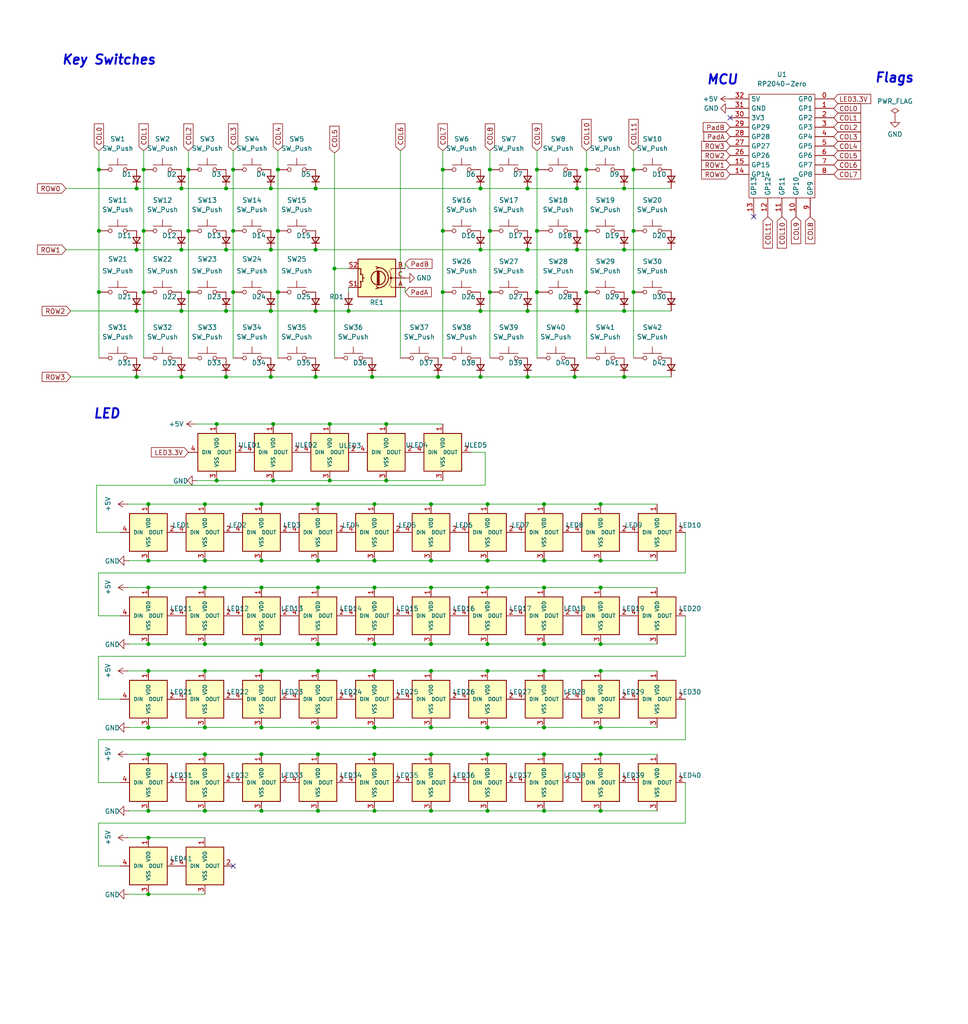
<source format=kicad_sch>
(kicad_sch (version 20231120) (generator "eeschema") (generator_version "8.0")
  (paper "User" 260.985 275.996)
  (junction (at 26.67 78.74))
  (junction (at 60.96 101.6))
  (junction (at 36.83 67.31))
  (junction (at 60.96 67.31))
  (junction (at 131.445 196.088))
  (junction (at 100.965 180.848))
  (junction (at 142.24 50.8))
  (junction (at 155.575 50.8))
  (junction (at 144.78 78.74))
  (junction (at 170.815 62.23))
  (junction (at 131.445 203.327))
  (junction (at 118.11 101.6))
  (junction (at 146.685 173.609))
  (junction (at 73.66 129.54))
  (junction (at 168.275 67.31))
  (junction (at 146.685 158.369))
  (junction (at 85.725 180.848))
  (junction (at 70.485 158.369))
  (junction (at 38.735 78.74))
  (junction (at 146.685 203.327))
  (junction (at 100.965 203.327))
  (junction (at 58.42 114.3))
  (junction (at 85.725 196.088))
  (junction (at 73.025 50.8))
  (junction (at 119.38 62.23))
  (junction (at 40.005 180.848))
  (junction (at 85.09 67.31))
  (junction (at 40.005 158.369))
  (junction (at 131.445 218.567))
  (junction (at 100.965 151.13))
  (junction (at 55.245 151.13))
  (junction (at 26.67 45.72))
  (junction (at 100.965 218.567))
  (junction (at 55.245 203.327))
  (junction (at 70.485 218.567))
  (junction (at 155.575 83.82))
  (junction (at 155.575 67.31))
  (junction (at 55.245 135.89))
  (junction (at 70.485 203.327))
  (junction (at 85.725 173.609))
  (junction (at 36.83 50.8))
  (junction (at 161.925 135.89))
  (junction (at 144.78 62.23))
  (junction (at 132.08 62.23))
  (junction (at 131.445 173.609))
  (junction (at 40.005 241.046))
  (junction (at 161.925 151.13))
  (junction (at 55.245 158.369))
  (junction (at 131.445 151.13))
  (junction (at 50.8 45.72))
  (junction (at 168.275 83.82))
  (junction (at 73.66 114.3))
  (junction (at 131.445 180.848))
  (junction (at 161.925 158.369))
  (junction (at 116.205 203.327))
  (junction (at 50.8 78.74))
  (junction (at 168.275 101.6))
  (junction (at 88.9 129.54))
  (junction (at 158.115 45.72))
  (junction (at 129.54 101.6))
  (junction (at 58.42 129.54))
  (junction (at 73.025 83.82))
  (junction (at 132.08 78.74))
  (junction (at 129.54 50.8))
  (junction (at 48.895 83.82))
  (junction (at 170.815 78.74))
  (junction (at 161.925 218.567))
  (junction (at 62.865 45.72))
  (junction (at 146.685 218.567))
  (junction (at 168.275 50.8))
  (junction (at 85.725 151.13))
  (junction (at 62.865 78.74))
  (junction (at 100.965 158.369))
  (junction (at 70.485 135.89))
  (junction (at 85.725 135.89))
  (junction (at 146.685 151.13))
  (junction (at 158.115 62.23))
  (junction (at 146.685 135.89))
  (junction (at 142.24 101.6))
  (junction (at 116.205 180.848))
  (junction (at 116.205 158.369))
  (junction (at 85.725 218.567))
  (junction (at 40.005 203.327))
  (junction (at 74.93 78.74))
  (junction (at 116.205 196.088))
  (junction (at 85.09 50.8))
  (junction (at 70.485 196.088))
  (junction (at 40.005 196.088))
  (junction (at 158.115 78.74))
  (junction (at 129.54 67.31))
  (junction (at 85.725 158.369))
  (junction (at 55.245 180.848))
  (junction (at 85.09 101.6))
  (junction (at 38.735 45.72))
  (junction (at 132.08 45.72))
  (junction (at 70.485 180.848))
  (junction (at 129.54 83.82))
  (junction (at 100.965 196.088))
  (junction (at 104.14 129.54))
  (junction (at 154.94 101.6))
  (junction (at 70.485 173.609))
  (junction (at 26.67 62.23))
  (junction (at 55.245 196.088))
  (junction (at 170.815 45.72))
  (junction (at 90.17 72.39))
  (junction (at 40.005 173.609))
  (junction (at 48.895 101.6))
  (junction (at 116.205 173.609))
  (junction (at 100.33 101.6))
  (junction (at 40.005 218.567))
  (junction (at 50.8 62.23))
  (junction (at 142.24 83.82))
  (junction (at 146.685 196.088))
  (junction (at 36.83 83.82))
  (junction (at 48.895 67.31))
  (junction (at 88.9 114.3))
  (junction (at 116.205 135.89))
  (junction (at 142.24 67.31))
  (junction (at 161.925 173.609))
  (junction (at 100.965 135.89))
  (junction (at 73.025 101.6))
  (junction (at 40.005 135.89))
  (junction (at 161.925 180.848))
  (junction (at 161.925 203.327))
  (junction (at 104.14 114.3))
  (junction (at 119.38 45.72))
  (junction (at 93.98 83.82))
  (junction (at 60.96 83.82))
  (junction (at 161.925 196.088))
  (junction (at 116.205 151.13))
  (junction (at 48.895 50.8))
  (junction (at 146.685 180.848))
  (junction (at 73.025 67.31))
  (junction (at 100.965 173.609))
  (junction (at 85.09 83.82))
  (junction (at 36.83 101.6))
  (junction (at 62.865 62.23))
  (junction (at 55.245 173.609))
  (junction (at 144.78 45.72))
  (junction (at 38.735 62.23))
  (junction (at 116.205 218.567))
  (junction (at 70.485 151.13))
  (junction (at 40.005 225.806))
  (junction (at 119.38 78.74))
  (junction (at 85.725 203.327))
  (junction (at 131.445 158.369))
  (junction (at 131.445 135.89))
  (junction (at 74.93 45.72))
  (junction (at 55.245 218.567))
  (junction (at 74.93 62.23))
  (junction (at 40.005 151.13))
  (junction (at 60.96 50.8))
  (no_connect (at 196.85 31.75))
  (no_connect (at 62.865 233.426))
  (no_connect (at 203.2 58.42))
  (wire (pts (xy 161.925 135.89) (xy 177.165 135.89)))
  (wire (pts (xy 50.8 78.74) (xy 50.8 96.52)))
  (wire (pts (xy 36.83 50.8) (xy 48.895 50.8)))
  (wire (pts (xy 40.005 158.369) (xy 55.245 158.369)))
  (wire (pts (xy 170.815 45.72) (xy 170.815 62.23)))
  (wire (pts (xy 73.66 129.54) (xy 88.9 129.54)))
  (wire (pts (xy 40.005 196.088) (xy 55.245 196.088)))
  (wire (pts (xy 161.925 203.327) (xy 177.165 203.327)))
  (wire (pts (xy 100.965 180.848) (xy 116.205 180.848)))
  (wire (pts (xy 36.83 101.6) (xy 48.895 101.6)))
  (wire (pts (xy 48.895 67.31) (xy 60.96 67.31)))
  (wire (pts (xy 161.925 196.088) (xy 177.165 196.088)))
  (wire (pts (xy 104.14 129.54) (xy 119.38 129.54)))
  (wire (pts (xy 161.925 173.609) (xy 177.165 173.609)))
  (wire (pts (xy 119.38 45.72) (xy 119.38 62.23)))
  (wire (pts (xy 116.205 196.088) (xy 131.445 196.088)))
  (wire (pts (xy 53.086 129.54) (xy 58.42 129.54)))
  (wire (pts (xy 50.8 40.64) (xy 50.8 45.72)))
  (wire (pts (xy 184.785 188.468) (xy 184.785 199.39)))
  (wire (pts (xy 26.543 188.468) (xy 32.385 188.468)))
  (wire (pts (xy 104.14 114.3) (xy 119.38 114.3)))
  (wire (pts (xy 40.005 173.609) (xy 55.245 173.609)))
  (wire (pts (xy 144.78 78.74) (xy 144.78 96.52)))
  (wire (pts (xy 34.671 196.088) (xy 40.005 196.088)))
  (wire (pts (xy 55.245 158.369) (xy 70.485 158.369)))
  (wire (pts (xy 100.965 158.369) (xy 116.205 158.369)))
  (wire (pts (xy 116.205 173.609) (xy 131.445 173.609)))
  (wire (pts (xy 17.78 67.31) (xy 36.83 67.31)))
  (wire (pts (xy 52.832 114.3) (xy 58.42 114.3)))
  (wire (pts (xy 119.38 40.64) (xy 119.38 45.72)))
  (wire (pts (xy 60.96 50.8) (xy 73.025 50.8)))
  (wire (pts (xy 131.445 218.567) (xy 146.685 218.567)))
  (wire (pts (xy 116.205 158.369) (xy 131.445 158.369)))
  (wire (pts (xy 168.275 83.82) (xy 180.975 83.82)))
  (wire (pts (xy 155.575 50.8) (xy 168.275 50.8)))
  (wire (pts (xy 73.66 114.3) (xy 88.9 114.3)))
  (wire (pts (xy 48.895 50.8) (xy 60.96 50.8)))
  (wire (pts (xy 158.115 62.23) (xy 158.115 78.74)))
  (wire (pts (xy 26.543 210.947) (xy 32.385 210.947)))
  (wire (pts (xy 62.865 78.74) (xy 62.865 96.52)))
  (wire (pts (xy 116.205 180.848) (xy 131.445 180.848)))
  (wire (pts (xy 168.275 101.6) (xy 180.975 101.6)))
  (wire (pts (xy 118.11 101.6) (xy 129.54 101.6)))
  (wire (pts (xy 90.17 72.39) (xy 90.17 96.52)))
  (wire (pts (xy 131.445 180.848) (xy 146.685 180.848)))
  (wire (pts (xy 73.025 101.6) (xy 85.09 101.6)))
  (wire (pts (xy 34.417 225.806) (xy 40.005 225.806)))
  (wire (pts (xy 34.671 218.567) (xy 40.005 218.567)))
  (wire (pts (xy 50.8 62.23) (xy 50.8 78.74)))
  (wire (pts (xy 55.245 180.848) (xy 70.485 180.848)))
  (wire (pts (xy 184.785 176.911) (xy 26.543 176.911)))
  (wire (pts (xy 85.09 83.82) (xy 93.98 83.82)))
  (wire (pts (xy 100.33 101.6) (xy 118.11 101.6)))
  (wire (pts (xy 40.005 180.848) (xy 55.245 180.848)))
  (wire (pts (xy 85.09 67.31) (xy 129.54 67.31)))
  (wire (pts (xy 184.785 210.947) (xy 184.785 221.869)))
  (wire (pts (xy 73.025 67.31) (xy 85.09 67.31)))
  (wire (pts (xy 40.005 218.567) (xy 55.245 218.567)))
  (wire (pts (xy 85.725 203.327) (xy 100.965 203.327)))
  (wire (pts (xy 62.865 45.72) (xy 62.865 62.23)))
  (wire (pts (xy 74.93 45.72) (xy 74.93 62.23)))
  (wire (pts (xy 170.815 40.64) (xy 170.815 45.72)))
  (wire (pts (xy 26.543 233.426) (xy 32.385 233.426)))
  (wire (pts (xy 184.785 154.432) (xy 26.543 154.432)))
  (wire (pts (xy 26.543 154.432) (xy 26.543 165.989)))
  (wire (pts (xy 145.415 78.74) (xy 144.78 78.74)))
  (wire (pts (xy 85.725 218.567) (xy 100.965 218.567)))
  (wire (pts (xy 55.245 173.609) (xy 70.485 173.609)))
  (wire (pts (xy 26.543 210.947) (xy 26.543 199.39)))
  (wire (pts (xy 85.725 135.89) (xy 100.965 135.89)))
  (wire (pts (xy 26.543 188.468) (xy 26.543 176.911)))
  (wire (pts (xy 144.78 40.64) (xy 144.78 45.72)))
  (wire (pts (xy 40.005 203.327) (xy 55.245 203.327)))
  (wire (pts (xy 32.385 143.51) (xy 26.035 143.51)))
  (wire (pts (xy 58.42 129.54) (xy 73.66 129.54)))
  (wire (pts (xy 131.445 196.088) (xy 146.685 196.088)))
  (wire (pts (xy 60.96 83.82) (xy 73.025 83.82)))
  (wire (pts (xy 184.785 199.39) (xy 26.543 199.39)))
  (wire (pts (xy 70.485 173.609) (xy 85.725 173.609)))
  (wire (pts (xy 85.725 151.13) (xy 100.965 151.13)))
  (wire (pts (xy 88.9 114.3) (xy 104.14 114.3)))
  (wire (pts (xy 132.08 45.72) (xy 132.08 62.23)))
  (wire (pts (xy 158.115 40.64) (xy 158.115 45.72)))
  (wire (pts (xy 129.54 101.6) (xy 142.24 101.6)))
  (wire (pts (xy 85.725 180.848) (xy 100.965 180.848)))
  (wire (pts (xy 70.485 135.89) (xy 85.725 135.89)))
  (wire (pts (xy 70.485 151.13) (xy 85.725 151.13)))
  (wire (pts (xy 70.485 158.369) (xy 85.725 158.369)))
  (wire (pts (xy 26.035 130.81) (xy 130.81 130.81)))
  (wire (pts (xy 184.785 143.51) (xy 184.785 154.432)))
  (wire (pts (xy 158.115 45.72) (xy 158.115 62.23)))
  (wire (pts (xy 131.445 203.327) (xy 146.685 203.327)))
  (wire (pts (xy 119.38 62.23) (xy 119.38 78.74)))
  (wire (pts (xy 26.67 40.64) (xy 26.67 45.72)))
  (wire (pts (xy 146.685 135.89) (xy 161.925 135.89)))
  (wire (pts (xy 36.83 83.82) (xy 48.895 83.82)))
  (wire (pts (xy 132.08 78.74) (xy 132.08 96.52)))
  (wire (pts (xy 55.245 196.088) (xy 70.485 196.088)))
  (wire (pts (xy 184.785 221.869) (xy 26.543 221.869)))
  (wire (pts (xy 142.24 50.8) (xy 155.575 50.8)))
  (wire (pts (xy 36.83 67.31) (xy 48.895 67.31)))
  (wire (pts (xy 100.965 173.609) (xy 116.205 173.609)))
  (wire (pts (xy 109.22 71.12) (xy 109.22 72.39)))
  (wire (pts (xy 131.445 158.369) (xy 146.685 158.369)))
  (wire (pts (xy 48.895 101.6) (xy 60.96 101.6)))
  (wire (pts (xy 62.865 62.23) (xy 62.865 78.74)))
  (wire (pts (xy 184.785 165.989) (xy 184.785 176.911)))
  (wire (pts (xy 131.445 151.13) (xy 146.685 151.13)))
  (wire (pts (xy 119.38 78.74) (xy 119.38 96.52)))
  (wire (pts (xy 146.685 151.13) (xy 161.925 151.13)))
  (wire (pts (xy 158.115 78.74) (xy 158.115 96.52)))
  (wire (pts (xy 26.035 143.51) (xy 26.035 130.81)))
  (wire (pts (xy 161.925 151.13) (xy 177.165 151.13)))
  (wire (pts (xy 60.96 101.6) (xy 73.025 101.6)))
  (wire (pts (xy 146.685 173.609) (xy 161.925 173.609)))
  (wire (pts (xy 70.485 180.848) (xy 85.725 180.848)))
  (wire (pts (xy 88.9 129.54) (xy 104.14 129.54)))
  (wire (pts (xy 60.96 67.31) (xy 73.025 67.31)))
  (wire (pts (xy 129.54 50.8) (xy 142.24 50.8)))
  (wire (pts (xy 107.95 40.64) (xy 107.95 96.52)))
  (wire (pts (xy 144.78 62.23) (xy 144.78 78.74)))
  (wire (pts (xy 74.93 78.74) (xy 74.93 96.52)))
  (wire (pts (xy 40.005 225.806) (xy 55.245 225.806)))
  (wire (pts (xy 85.09 50.8) (xy 129.54 50.8)))
  (wire (pts (xy 74.93 62.23) (xy 74.93 78.74)))
  (wire (pts (xy 55.245 218.567) (xy 70.485 218.567)))
  (wire (pts (xy 26.543 233.426) (xy 26.543 221.869)))
  (wire (pts (xy 26.67 45.72) (xy 26.67 62.23)))
  (wire (pts (xy 70.485 203.327) (xy 85.725 203.327)))
  (wire (pts (xy 116.205 135.89) (xy 131.445 135.89)))
  (wire (pts (xy 55.245 151.13) (xy 70.485 151.13)))
  (wire (pts (xy 129.54 83.82) (xy 142.24 83.82)))
  (wire (pts (xy 90.17 41.275) (xy 90.17 72.39)))
  (wire (pts (xy 62.865 40.64) (xy 62.865 45.72)))
  (wire (pts (xy 73.025 83.82) (xy 85.09 83.82)))
  (wire (pts (xy 168.275 50.8) (xy 180.975 50.8)))
  (wire (pts (xy 19.05 83.82) (xy 36.83 83.82)))
  (wire (pts (xy 17.78 50.8) (xy 36.83 50.8)))
  (wire (pts (xy 85.725 196.088) (xy 100.965 196.088)))
  (wire (pts (xy 116.205 218.567) (xy 131.445 218.567)))
  (wire (pts (xy 38.735 40.64) (xy 38.735 45.72)))
  (wire (pts (xy 155.575 83.82) (xy 168.275 83.82)))
  (wire (pts (xy 93.98 83.82) (xy 129.54 83.82)))
  (wire (pts (xy 100.965 135.89) (xy 116.205 135.89)))
  (wire (pts (xy 132.08 40.64) (xy 132.08 45.72)))
  (wire (pts (xy 146.685 203.327) (xy 161.925 203.327)))
  (wire (pts (xy 38.735 62.23) (xy 38.735 78.74)))
  (wire (pts (xy 26.67 62.23) (xy 26.67 78.74)))
  (wire (pts (xy 55.245 203.327) (xy 70.485 203.327)))
  (wire (pts (xy 19.05 101.6) (xy 36.83 101.6)))
  (wire (pts (xy 85.09 101.6) (xy 100.33 101.6)))
  (wire (pts (xy 34.671 151.13) (xy 40.005 151.13)))
  (wire (pts (xy 90.17 72.39) (xy 93.98 72.39)))
  (wire (pts (xy 155.575 67.31) (xy 168.275 67.31)))
  (wire (pts (xy 74.93 40.64) (xy 74.93 45.72)))
  (wire (pts (xy 161.925 180.848) (xy 177.165 180.848)))
  (wire (pts (xy 116.205 203.327) (xy 131.445 203.327)))
  (wire (pts (xy 170.815 62.23) (xy 170.815 78.74)))
  (wire (pts (xy 85.725 158.369) (xy 100.965 158.369)))
  (wire (pts (xy 168.275 67.31) (xy 180.975 67.31)))
  (wire (pts (xy 131.445 173.609) (xy 146.685 173.609)))
  (wire (pts (xy 34.417 203.327) (xy 40.005 203.327)))
  (wire (pts (xy 70.485 196.088) (xy 85.725 196.088)))
  (wire (pts (xy 130.81 130.81) (xy 130.81 121.92)))
  (wire (pts (xy 58.42 114.3) (xy 73.66 114.3)))
  (wire (pts (xy 142.24 101.6) (xy 154.94 101.6)))
  (wire (pts (xy 100.965 203.327) (xy 116.205 203.327)))
  (wire (pts (xy 132.08 62.23) (xy 132.08 78.74)))
  (wire (pts (xy 34.417 158.369) (xy 40.005 158.369)))
  (wire (pts (xy 161.925 218.567) (xy 177.165 218.567)))
  (wire (pts (xy 161.925 158.369) (xy 177.165 158.369)))
  (wire (pts (xy 34.671 173.609) (xy 40.005 173.609)))
  (wire (pts (xy 85.725 173.609) (xy 100.965 173.609)))
  (wire (pts (xy 73.025 50.8) (xy 85.09 50.8)))
  (wire (pts (xy 142.24 67.31) (xy 155.575 67.31)))
  (wire (pts (xy 131.445 135.89) (xy 146.685 135.89)))
  (wire (pts (xy 48.895 83.82) (xy 60.96 83.82)))
  (wire (pts (xy 34.417 135.89) (xy 40.005 135.89)))
  (wire (pts (xy 40.005 241.046) (xy 55.245 241.046)))
  (wire (pts (xy 144.78 45.72) (xy 144.78 62.23)))
  (wire (pts (xy 116.205 151.13) (xy 131.445 151.13)))
  (wire (pts (xy 100.965 151.13) (xy 116.205 151.13)))
  (wire (pts (xy 50.8 45.72) (xy 50.8 62.23)))
  (wire (pts (xy 38.735 45.72) (xy 38.735 62.23)))
  (wire (pts (xy 142.24 83.82) (xy 155.575 83.82)))
  (wire (pts (xy 34.417 180.848) (xy 40.005 180.848)))
  (wire (pts (xy 146.685 180.848) (xy 161.925 180.848)))
  (wire (pts (xy 70.485 218.567) (xy 85.725 218.567)))
  (wire (pts (xy 109.22 78.74) (xy 109.22 77.47)))
  (wire (pts (xy 129.54 67.31) (xy 142.24 67.31)))
  (wire (pts (xy 146.685 158.369) (xy 161.925 158.369)))
  (wire (pts (xy 170.815 78.74) (xy 170.815 96.52)))
  (wire (pts (xy 93.98 77.47) (xy 93.98 78.74)))
  (wire (pts (xy 127 121.92) (xy 130.81 121.92)))
  (wire (pts (xy 154.94 101.6) (xy 168.275 101.6)))
  (wire (pts (xy 40.005 135.89) (xy 55.245 135.89)))
  (wire (pts (xy 145.415 45.72) (xy 144.78 45.72)))
  (wire (pts (xy 40.005 151.13) (xy 55.245 151.13)))
  (wire (pts (xy 146.685 218.567) (xy 161.925 218.567)))
  (wire (pts (xy 100.965 196.088) (xy 116.205 196.088)))
  (wire (pts (xy 38.735 78.74) (xy 38.735 96.52)))
  (wire (pts (xy 146.685 196.088) (xy 161.925 196.088)))
  (wire (pts (xy 55.245 135.89) (xy 70.485 135.89)))
  (wire (pts (xy 26.543 165.989) (xy 32.385 165.989)))
  (wire (pts (xy 100.965 218.567) (xy 116.205 218.567)))
  (wire (pts (xy 26.67 78.74) (xy 26.67 96.52)))
  (wire (pts (xy 145.415 62.23) (xy 144.78 62.23)))
  (wire (pts (xy 34.671 241.046) (xy 40.005 241.046)))
  (text "LED" (at 25.019 113.157 0) (effects (font (size 2.54 2.54) (thickness 0.508) (bold yes) (italic yes)) (justify left bottom)))
  (text "Flags" (at 235.712 22.606 0) (effects (font (size 2.54 2.54) (thickness 0.508) (bold yes) (italic yes)) (justify left bottom)))
  (text "MCU" (at 190.373 23.114 0) (effects (font (size 2.54 2.54) (thickness 0.508) (bold yes) (italic yes)) (justify left bottom)))
  (text "Key Switches" (at 16.51 17.78 0) (effects (font (size 2.54 2.54) (thickness 0.508) (bold yes) (italic yes)) (justify left bottom)))
  (global_label "PadB" (shape input) (at 109.22 71.12 0) (property "Intersheetrefs" "${INTERSHEET_REFS}" (effects (hide yes))) (property "シート間のリファレンス" "${INTERSHEET_REFS}" (effects (hide yes))))
  (global_label "COL3" (shape input) (at 62.865 40.64 90) (property "Intersheetrefs" "${INTERSHEET_REFS}" (effects (hide yes))))
  (global_label "LED3.3V" (shape input) (at 50.8 121.92 180) (property "Intersheetrefs" "${INTERSHEET_REFS}" (effects (hide yes))) (property "シート間のリファレンス" "${INTERSHEET_REFS}" (effects (hide yes))))
  (global_label "ROW0" (shape input) (at 196.85 46.99 180) (property "Intersheetrefs" "${INTERSHEET_REFS}" (effects (hide yes))))
  (global_label "COL2" (shape input) (at 224.79 34.29 0) (property "Intersheetrefs" "${INTERSHEET_REFS}" (effects (hide yes))))
  (global_label "COL1" (shape input) (at 224.79 31.75 0) (property "Intersheetrefs" "${INTERSHEET_REFS}" (effects (hide yes))))
  (global_label "ROW1" (shape input) (at 196.85 44.45 180) (property "Intersheetrefs" "${INTERSHEET_REFS}" (effects (hide yes))))
  (global_label "LED3.3V" (shape input) (at 224.79 26.67 0) (property "Intersheetrefs" "${INTERSHEET_REFS}" (effects (hide yes))) (property "シート間のリファレンス" "${INTERSHEET_REFS}" (effects (hide yes))))
  (global_label "COL6" (shape input) (at 224.79 44.45 0) (property "Intersheetrefs" "${INTERSHEET_REFS}" (effects (hide yes))))
  (global_label "PadA" (shape input) (at 196.85 36.83 180) (property "Intersheetrefs" "${INTERSHEET_REFS}" (effects (hide yes))) (property "シート間のリファレンス" "${INTERSHEET_REFS}" (effects (hide yes))))
  (global_label "ROW3" (shape input) (at 196.85 39.37 180) (property "Intersheetrefs" "${INTERSHEET_REFS}" (effects (hide yes))))
  (global_label "COL3" (shape input) (at 224.79 36.83 0) (property "Intersheetrefs" "${INTERSHEET_REFS}" (effects (hide yes))))
  (global_label "ROW1" (shape input) (at 17.78 67.31 180) (property "Intersheetrefs" "${INTERSHEET_REFS}" (effects (hide yes))))
  (global_label "COL4" (shape input) (at 224.79 39.37 0) (property "Intersheetrefs" "${INTERSHEET_REFS}" (effects (hide yes))))
  (global_label "ROW2" (shape input) (at 196.85 41.91 180) (property "Intersheetrefs" "${INTERSHEET_REFS}" (effects (hide yes))))
  (global_label "COL4" (shape input) (at 74.93 40.64 90) (property "Intersheetrefs" "${INTERSHEET_REFS}" (effects (hide yes))))
  (global_label "COL5" (shape input) (at 90.17 41.275 90) (property "Intersheetrefs" "${INTERSHEET_REFS}" (effects (hide yes))))
  (global_label "COL5" (shape input) (at 224.79 41.91 0) (property "Intersheetrefs" "${INTERSHEET_REFS}" (effects (hide yes))))
  (global_label "COL10" (shape input) (at 158.115 40.64 90) (property "Intersheetrefs" "${INTERSHEET_REFS}" (effects (hide yes))))
  (global_label "COL2" (shape input) (at 50.8 40.64 90) (property "Intersheetrefs" "${INTERSHEET_REFS}" (effects (hide yes))))
  (global_label "COL8" (shape input) (at 218.44 58.42 270) (property "Intersheetrefs" "${INTERSHEET_REFS}" (effects (hide yes))))
  (global_label "COL0" (shape input) (at 26.67 40.64 90) (property "Intersheetrefs" "${INTERSHEET_REFS}" (effects (hide yes))))
  (global_label "PadB" (shape input) (at 196.85 34.29 180) (property "Intersheetrefs" "${INTERSHEET_REFS}" (effects (hide yes))) (property "シート間のリファレンス" "${INTERSHEET_REFS}" (effects (hide yes))))
  (global_label "PadA" (shape input) (at 109.22 78.74 0) (property "Intersheetrefs" "${INTERSHEET_REFS}" (effects (hide yes))) (property "シート間のリファレンス" "${INTERSHEET_REFS}" (effects (hide yes))))
  (global_label "COL8" (shape input) (at 132.08 40.64 90) (property "Intersheetrefs" "${INTERSHEET_REFS}" (effects (hide yes))))
  (global_label "COL10" (shape input) (at 210.82 58.42 270) (property "Intersheetrefs" "${INTERSHEET_REFS}" (effects (hide yes))))
  (global_label "COL0" (shape input) (at 224.79 29.21 0) (property "Intersheetrefs" "${INTERSHEET_REFS}" (effects (hide yes))))
  (global_label "ROW0" (shape input) (at 17.78 50.8 180) (property "Intersheetrefs" "${INTERSHEET_REFS}" (effects (hide yes))))
  (global_label "COL11" (shape input) (at 170.815 40.64 90) (property "Intersheetrefs" "${INTERSHEET_REFS}" (effects (hide yes))))
  (global_label "COL6" (shape input) (at 107.95 40.64 90) (property "Intersheetrefs" "${INTERSHEET_REFS}" (effects (hide yes))))
  (global_label "COL11" (shape input) (at 207.01 58.42 270) (property "Intersheetrefs" "${INTERSHEET_REFS}" (effects (hide yes))))
  (global_label "COL9" (shape input) (at 144.78 40.64 90) (property "Intersheetrefs" "${INTERSHEET_REFS}" (effects (hide yes))))
  (global_label "ROW2" (shape input) (at 19.05 83.82 180) (property "Intersheetrefs" "${INTERSHEET_REFS}" (effects (hide yes))))
  (global_label "COL7" (shape input) (at 224.79 46.99 0) (property "Intersheetrefs" "${INTERSHEET_REFS}" (effects (hide yes))))
  (global_label "COL7" (shape input) (at 119.38 40.64 90) (property "Intersheetrefs" "${INTERSHEET_REFS}" (effects (hide yes))))
  (global_label "COL9" (shape input) (at 214.63 58.42 270) (property "Intersheetrefs" "${INTERSHEET_REFS}" (effects (hide yes))))
  (global_label "ROW3" (shape input) (at 19.05 101.6 180) (property "Intersheetrefs" "${INTERSHEET_REFS}" (effects (hide yes))))
  (global_label "COL1" (shape input) (at 38.735 40.64 90) (property "Intersheetrefs" "${INTERSHEET_REFS}" (effects (hide yes))))
  (symbol (lib_id "Noraneko:SK6812MINI-E") (at 55.245 165.989 0) (unit 1)
    (property "Reference" "LED12" (at 64.135 164.0446 0))
    (property "Value" "SK6812MINI-E" (effects (hide yes)))
    (property "Footprint" "Noraneko:SK6812MINI-E" (effects (hide yes)))
  )
  (symbol (lib_id "Switch:SW_Push") (at 67.945 78.74 0) (unit 1)
    (property "Reference" "SW24" (at 67.945 69.85 0))
    (property "Value" "SW_Push" (at 67.945 73.025 0))
    (property "Footprint" "Noraneko:MX_Socket" (effects (hide yes)))
  )
  (symbol (lib_id "Switch:SW_Push") (at 43.815 62.23 0) (unit 1)
    (property "Reference" "SW12" (at 43.815 53.975 0))
    (property "Value" "SW_Push" (at 43.815 56.515 0))
    (property "Footprint" "Noraneko:MX_Socket" (effects (hide yes)))
  )
  (symbol (lib_id "Noraneko:SK6812MINI-E") (at 55.245 143.51 0) (unit 1)
    (property "Reference" "LED2" (at 64.135 141.5656 0))
    (property "Value" "SK6812MINI-E" (effects (hide yes)))
    (property "Footprint" "Noraneko:SK6812MINI-E" (effects (hide yes)))
  )
  (symbol (lib_id "Device:D_Small") (at 129.54 99.06 90) (unit 1)
    (property "Reference" "D38" (at 128.27 97.79 90) (effects (justify left)))
    (property "Value" "D" (effects (hide yes)))
    (property "Footprint" "Noraneko:1N4148W" (effects (hide yes)))
    (property "LCSC" "C81598" (effects (hide yes)))
    (property "Sim.Device" "D" (effects (hide yes)))
    (property "Sim.Pins" "1=K 2=A" (effects (hide yes)))
  )
  (symbol (lib_id "Device:D_Small") (at 93.98 81.28 90) (unit 1)
    (property "Reference" "RD1" (at 92.71 80.01 90) (effects (justify left)))
    (property "Value" "D" (effects (hide yes)))
    (property "Footprint" "Noraneko:1N4148W" (effects (hide yes)))
    (property "LCSC" "C81598" (effects (hide yes)))
    (property "Sim.Device" "D" (effects (hide yes)))
    (property "Sim.Pins" "1=K 2=A" (effects (hide yes)))
  )
  (symbol (lib_id "Device:D_Small") (at 168.275 48.26 90) (unit 1)
    (property "Reference" "D9" (at 167.005 46.99 90) (effects (justify left)))
    (property "Value" "D" (effects (hide yes)))
    (property "Footprint" "Noraneko:1N4148W" (effects (hide yes)))
    (property "LCSC" "C81598" (effects (hide yes)))
    (property "Sim.Device" "D" (effects (hide yes)))
    (property "Sim.Pins" "1=K 2=A" (effects (hide yes)))
  )
  (symbol (lib_id "Switch:SW_Push") (at 137.16 96.52 0) (unit 1)
    (property "Reference" "SW39" (at 137.16 88.265 0))
    (property "Value" "SW_Push" (at 137.16 90.805 0))
    (property "Footprint" "Noraneko:MX_Socket" (effects (hide yes)))
  )
  (symbol (lib_id "Noraneko:SK6812MINI-E") (at 116.205 210.947 0) (unit 1)
    (property "Reference" "LED36" (at 125.095 209.0026 0))
    (property "Value" "SK6812MINI-E" (effects (hide yes)))
    (property "Footprint" "Noraneko:SK6812MINI-E" (effects (hide yes)))
  )
  (symbol (lib_id "Noraneko:SK6812MINI-E") (at 85.725 143.51 0) (unit 1)
    (property "Reference" "LED4" (at 94.615 141.5656 0))
    (property "Value" "SK6812MINI-E" (effects (hide yes)))
    (property "Footprint" "Noraneko:SK6812MINI-E" (effects (hide yes)))
  )
  (symbol (lib_id "Noraneko:SK6812MINI-E") (at 131.445 165.989 0) (unit 1)
    (property "Reference" "LED17" (at 140.335 164.0446 0))
    (property "Value" "SK6812MINI-E" (effects (hide yes)))
    (property "Footprint" "Noraneko:SK6812MINI-E" (effects (hide yes)))
  )
  (symbol (lib_id "Noraneko:SK6812MINI-E") (at 100.965 210.947 0) (unit 1)
    (property "Reference" "LED35" (at 109.855 209.0026 0))
    (property "Value" "SK6812MINI-E" (effects (hide yes)))
    (property "Footprint" "Noraneko:SK6812MINI-E" (effects (hide yes)))
  )
  (symbol (lib_id "Switch:SW_Push") (at 137.16 78.74 0) (unit 1)
    (property "Reference" "SW27" (at 137.16 70.485 0))
    (property "Value" "SW_Push" (at 137.16 73.025 0))
    (property "Footprint" "Noraneko:MX_Socket" (effects (hide yes)))
  )
  (symbol (lib_id "Noraneko:SK6812MINI-E") (at 177.165 210.947 0) (unit 1)
    (property "Reference" "LED40" (at 186.055 209.0026 0))
    (property "Value" "SK6812MINI-E" (effects (hide yes)))
    (property "Footprint" "Noraneko:SK6812MINI-E" (effects (hide yes)))
  )
  (symbol (lib_id "power:GND") (at 34.671 151.13 270) (unit 1)
    (property "Reference" "#PWR08" (effects (hide yes)))
    (property "Value" "GND" (at 30.2768 151.257 90))
    (property "Description" "Power symbol creates a global label with name \"GND\" , ground" (effects (hide yes)))
  )
  (symbol (lib_id "Device:D_Small") (at 118.11 99.06 90) (unit 1)
    (property "Reference" "D37" (at 116.84 97.79 90) (effects (justify left)))
    (property "Value" "D" (effects (hide yes)))
    (property "Footprint" "Noraneko:1N4148W" (effects (hide yes)))
    (property "LCSC" "C81598" (effects (hide yes)))
    (property "Sim.Device" "D" (effects (hide yes)))
    (property "Sim.Pins" "1=K 2=A" (effects (hide yes)))
  )
  (symbol (lib_id "Switch:SW_Push") (at 43.815 78.74 0) (unit 1)
    (property "Reference" "SW22" (at 43.815 69.85 0))
    (property "Value" "SW_Push" (at 43.815 73.025 0))
    (property "Footprint" "Noraneko:MX_Socket" (effects (hide yes)))
  )
  (symbol (lib_id "Noraneko:SK6812MINI-E") (at 100.965 188.468 0) (unit 1)
    (property "Reference" "LED25" (at 109.855 186.5236 0))
    (property "Value" "SK6812MINI-E" (effects (hide yes)))
    (property "Footprint" "Noraneko:SK6812MINI-E" (effects (hide yes)))
  )
  (symbol (lib_id "Switch:SW_Push") (at 31.75 62.23 0) (unit 1)
    (property "Reference" "SW11" (at 31.75 53.975 0))
    (property "Value" "SW_Push" (at 31.75 56.515 0))
    (property "Footprint" "Noraneko:MX_Socket" (effects (hide yes)))
  )
  (symbol (lib_id "Noraneko:SK6812MINI-E") (at 85.725 210.947 0) (unit 1)
    (property "Reference" "LED34" (at 94.615 209.0026 0))
    (property "Value" "SK6812MINI-E" (effects (hide yes)))
    (property "Footprint" "Noraneko:SK6812MINI-E" (effects (hide yes)))
  )
  (symbol (lib_id "Switch:SW_Push") (at 67.945 96.52 0) (unit 1)
    (property "Reference" "SW34" (at 67.945 88.265 0))
    (property "Value" "SW_Push" (at 67.945 90.805 0))
    (property "Footprint" "Noraneko:MX_Socket" (effects (hide yes)))
  )
  (symbol (lib_id "Noraneko:SK6812MINI-E") (at 70.485 210.947 0) (unit 1)
    (property "Reference" "LED33" (at 78.74 209.0026 0))
    (property "Value" "SK6812MINI-E" (effects (hide yes)))
    (property "Footprint" "Noraneko:SK6812MINI-E" (effects (hide yes)))
  )
  (symbol (lib_id "power:GND") (at 34.671 196.088 270) (unit 1)
    (property "Reference" "#PWR012" (effects (hide yes)))
    (property "Value" "GND" (at 30.2768 196.215 90))
    (property "Description" "Power symbol creates a global label with name \"GND\" , ground" (effects (hide yes)))
  )
  (symbol (lib_id "Switch:SW_Push") (at 150.495 62.23 0) (unit 1)
    (property "Reference" "SW18" (at 150.495 53.975 0))
    (property "Value" "SW_Push" (at 150.495 56.515 0))
    (property "Footprint" "Noraneko:MX_Socket" (effects (hide yes)))
  )
  (symbol (lib_id "Noraneko:SK6812MINI-E") (at 100.965 143.51 0) (unit 1)
    (property "Reference" "LED5" (at 109.855 141.5656 0))
    (property "Value" "SK6812MINI-E" (effects (hide yes)))
    (property "Footprint" "Noraneko:SK6812MINI-E" (effects (hide yes)))
  )
  (symbol (lib_id "Switch:SW_Push") (at 80.01 62.23 0) (unit 1)
    (property "Reference" "SW15" (at 80.01 53.975 0))
    (property "Value" "SW_Push" (at 80.01 56.515 0))
    (property "Footprint" "Noraneko:MX_Socket" (effects (hide yes)))
  )
  (symbol (lib_id "Noraneko:SK6812MINI-E") (at 55.245 210.947 0) (unit 1)
    (property "Reference" "LED32" (at 64.135 209.0026 0))
    (property "Value" "SK6812MINI-E" (effects (hide yes)))
    (property "Footprint" "Noraneko:SK6812MINI-E" (effects (hide yes)))
  )
  (symbol (lib_id "Device:D_Small") (at 36.83 64.77 90) (unit 1)
    (property "Reference" "D11" (at 35.56 63.5 90) (effects (justify left)))
    (property "Value" "D" (effects (hide yes)))
    (property "Footprint" "Noraneko:1N4148W" (effects (hide yes)))
    (property "LCSC" "C81598" (effects (hide yes)))
    (property "Sim.Device" "D" (effects (hide yes)))
    (property "Sim.Pins" "1=K 2=A" (effects (hide yes)))
  )
  (symbol (lib_id "Noraneko:SK6812MINI-E") (at 161.925 165.989 0) (unit 1)
    (property "Reference" "LED19" (at 170.815 164.0446 0))
    (property "Value" "SK6812MINI-E" (effects (hide yes)))
    (property "Footprint" "Noraneko:SK6812MINI-E" (effects (hide yes)))
  )
  (symbol (lib_id "Device:D_Small") (at 60.96 81.28 90) (unit 1)
    (property "Reference" "D23" (at 59.69 80.01 90) (effects (justify left)))
    (property "Value" "D" (effects (hide yes)))
    (property "Footprint" "Noraneko:1N4148W" (effects (hide yes)))
    (property "LCSC" "C81598" (effects (hide yes)))
    (property "Sim.Device" "D" (effects (hide yes)))
    (property "Sim.Pins" "1=K 2=A" (effects (hide yes)))
  )
  (symbol (lib_id "Device:D_Small") (at 142.24 48.26 90) (unit 1)
    (property "Reference" "D7" (at 140.97 46.99 90) (effects (justify left)))
    (property "Value" "D" (effects (hide yes)))
    (property "Footprint" "Noraneko:1N4148W" (effects (hide yes)))
    (property "LCSC" "C81598" (effects (hide yes)))
    (property "Sim.Device" "D" (effects (hide yes)))
    (property "Sim.Pins" "1=K 2=A" (effects (hide yes)))
  )
  (symbol (lib_id "Noraneko:SK6812MINI-E") (at 161.925 210.947 0) (unit 1)
    (property "Reference" "LED39" (at 170.815 209.0026 0))
    (property "Value" "SK6812MINI-E" (effects (hide yes)))
    (property "Footprint" "Noraneko:SK6812MINI-E" (effects (hide yes)))
  )
  (symbol (lib_id "Noraneko:SK6812MINI-E") (at 146.685 143.51 0) (unit 1)
    (property "Reference" "LED8" (at 154.94 141.5656 0))
    (property "Value" "SK6812MINI-E" (effects (hide yes)))
    (property "Footprint" "Noraneko:SK6812MINI-E" (effects (hide yes)))
  )
  (symbol (lib_id "Switch:SW_Push") (at 80.01 78.74 0) (unit 1)
    (property "Reference" "SW25" (at 80.01 69.85 0))
    (property "Value" "SW_Push" (at 80.01 73.025 0))
    (property "Footprint" "Noraneko:MX_Socket" (effects (hide yes)))
  )
  (symbol (lib_id "Noraneko:SK6812MINI-E") (at 55.245 188.468 0) (unit 1)
    (property "Reference" "LED22" (at 64.135 186.5236 0))
    (property "Value" "SK6812MINI-E" (effects (hide yes)))
    (property "Footprint" "Noraneko:SK6812MINI-E" (effects (hide yes)))
  )
  (symbol (lib_id "Noraneko:SK6812MINI-E") (at 131.445 188.468 0) (unit 1)
    (property "Reference" "LED27" (at 140.335 186.5236 0))
    (property "Value" "SK6812MINI-E" (effects (hide yes)))
    (property "Footprint" "Noraneko:SK6812MINI-E" (effects (hide yes)))
  )
  (symbol (lib_id "Switch:SW_Push") (at 163.195 96.52 0) (unit 1)
    (property "Reference" "SW41" (at 163.195 88.265 0))
    (property "Value" "SW_Push" (at 163.195 90.805 0))
    (property "Footprint" "Noraneko:MX_Socket" (effects (hide yes)))
  )
  (symbol (lib_id "Device:D_Small") (at 155.575 64.77 90) (unit 1)
    (property "Reference" "D18" (at 154.305 63.5 90) (effects (justify left)))
    (property "Value" "D" (effects (hide yes)))
    (property "Footprint" "Noraneko:1N4148W" (effects (hide yes)))
    (property "LCSC" "C81598" (effects (hide yes)))
    (property "Sim.Device" "D" (effects (hide yes)))
    (property "Sim.Pins" "1=K 2=A" (effects (hide yes)))
  )
  (symbol (lib_id "power:GND") (at 34.671 173.609 270) (unit 1)
    (property "Reference" "#PWR010" (effects (hide yes)))
    (property "Value" "GND" (at 30.2768 173.736 90))
    (property "Description" "Power symbol creates a global label with name \"GND\" , ground" (effects (hide yes)))
  )
  (symbol (lib_id "Noraneko:SK6812MINI-E") (at 85.725 188.468 0) (unit 1)
    (property "Reference" "LED24" (at 94.615 186.5236 0))
    (property "Value" "SK6812MINI-E" (effects (hide yes)))
    (property "Footprint" "Noraneko:SK6812MINI-E" (effects (hide yes)))
  )
  (symbol (lib_id "Device:D_Small") (at 60.96 99.06 90) (unit 1)
    (property "Reference" "D33" (at 59.69 97.79 90) (effects (justify left)))
    (property "Value" "D" (effects (hide yes)))
    (property "Footprint" "Noraneko:1N4148W" (effects (hide yes)))
    (property "LCSC" "C81598" (effects (hide yes)))
    (property "Sim.Device" "D" (effects (hide yes)))
    (property "Sim.Pins" "1=K 2=A" (effects (hide yes)))
  )
  (symbol (lib_id "Noraneko:SK6812MINI-E") (at 116.205 143.51 0) (unit 1)
    (property "Reference" "LED6" (at 125.095 141.5656 0))
    (property "Value" "SK6812MINI-E" (effects (hide yes)))
    (property "Footprint" "Noraneko:SK6812MINI-E" (effects (hide yes)))
  )
  (symbol (lib_id "Device:D_Small") (at 129.54 81.28 90) (unit 1)
    (property "Reference" "D26" (at 128.27 80.01 90) (effects (justify left)))
    (property "Value" "D" (effects (hide yes)))
    (property "Footprint" "Noraneko:1N4148W" (effects (hide yes)))
    (property "LCSC" "C81598" (effects (hide yes)))
    (property "Sim.Device" "D" (effects (hide yes)))
    (property "Sim.Pins" "1=K 2=A" (effects (hide yes)))
  )
  (symbol (lib_id "Switch:SW_Push") (at 175.895 96.52 0) (unit 1)
    (property "Reference" "SW42" (at 175.895 88.265 0))
    (property "Value" "SW_Push" (at 175.895 90.805 0))
    (property "Footprint" "Noraneko:MX_Socket" (effects (hide yes)))
  )
  (symbol (lib_id "Switch:SW_Push") (at 67.945 62.23 0) (unit 1)
    (property "Reference" "SW14" (at 67.945 53.975 0))
    (property "Value" "SW_Push" (at 67.945 56.515 0))
    (property "Footprint" "Noraneko:MX_Socket" (effects (hide yes)))
  )
  (symbol (lib_id "Noraneko:SK6812MINI-E") (at 116.205 188.468 0) (unit 1)
    (property "Reference" "LED26" (at 125.095 186.5236 0))
    (property "Value" "SK6812MINI-E" (effects (hide yes)))
    (property "Footprint" "Noraneko:SK6812MINI-E" (effects (hide yes)))
  )
  (symbol (lib_id "Device:D_Small") (at 60.96 48.26 90) (unit 1)
    (property "Reference" "D3" (at 59.69 46.99 90) (effects (justify left)))
    (property "Value" "D" (effects (hide yes)))
    (property "Footprint" "Noraneko:1N4148W" (effects (hide yes)))
    (property "LCSC" "C81598" (effects (hide yes)))
    (property "Sim.Device" "D" (effects (hide yes)))
    (property "Sim.Pins" "1=K 2=A" (effects (hide yes)))
  )
  (symbol (lib_id "power:+5V") (at 34.417 203.327 90) (unit 1)
    (property "Reference" "#PWR013" (effects (hide yes)))
    (property "Value" "+5V" (at 29.083 203.327 0))
    (property "Description" "Power symbol creates a global label with name \"+5V\"" (effects (hide yes)))
  )
  (symbol (lib_id "Noraneko:SK6812MINI-E") (at 116.205 165.989 0) (unit 1)
    (property "Reference" "LED16" (at 125.095 164.0446 0))
    (property "Value" "SK6812MINI-E" (effects (hide yes)))
    (property "Footprint" "Noraneko:SK6812MINI-E" (effects (hide yes)))
  )
  (symbol (lib_id "Switch:SW_Push") (at 80.01 96.52 0) (unit 1)
    (property "Reference" "SW35" (at 80.01 88.265 0))
    (property "Value" "SW_Push" (at 80.01 90.805 0))
    (property "Footprint" "Noraneko:MX_Socket" (effects (hide yes)))
  )
  (symbol (lib_id "Switch:SW_Push") (at 55.88 78.74 0) (unit 1)
    (property "Reference" "SW23" (at 55.88 69.85 0))
    (property "Value" "SW_Push" (at 55.88 73.025 0))
    (property "Footprint" "Noraneko:MX_Socket" (effects (hide yes)))
  )
  (symbol (lib_id "Switch:SW_Push") (at 124.46 45.72 0) (unit 1)
    (property "Reference" "SW6" (at 124.46 37.465 0))
    (property "Value" "SW_Push" (at 124.46 40.005 0))
    (property "Footprint" "Noraneko:MX_Socket" (effects (hide yes)))
  )
  (symbol (lib_id "Switch:SW_Push") (at 31.75 96.52 0) (unit 1)
    (property "Reference" "SW31" (at 31.75 88.265 0))
    (property "Value" "SW_Push" (at 31.75 90.805 0))
    (property "Footprint" "Noraneko:MX_Socket" (effects (hide yes)))
  )
  (symbol (lib_id "power:GND") (at 241.3 31.75 0) (unit 1)
    (property "Reference" "#PWR03" (effects (hide yes)))
    (property "Value" "GND" (at 241.3 36.195 0))
    (property "Description" "Power symbol creates a global label with name \"GND\" , ground" (effects (hide yes)))
  )
  (symbol (lib_id "power:GND") (at 34.671 241.046 270) (unit 1)
    (property "Reference" "#PWR016" (effects (hide yes)))
    (property "Value" "GND" (at 30.2768 241.173 90))
    (property "Description" "Power symbol creates a global label with name \"GND\" , ground" (effects (hide yes)))
  )
  (symbol (lib_id "Device:D_Small") (at 85.09 99.06 90) (unit 1)
    (property "Reference" "D35" (at 83.82 97.79 90) (effects (justify left)))
    (property "Value" "D" (effects (hide yes)))
    (property "Footprint" "Noraneko:1N4148W" (effects (hide yes)))
    (property "LCSC" "C81598" (effects (hide yes)))
    (property "Sim.Device" "D" (effects (hide yes)))
    (property "Sim.Pins" "1=K 2=A" (effects (hide yes)))
  )
  (symbol (lib_id "Switch:SW_Push") (at 55.88 45.72 0) (unit 1)
    (property "Reference" "SW3" (at 55.88 37.465 0))
    (property "Value" "SW_Push" (at 55.88 40.005 0))
    (property "Footprint" "Noraneko:MX_Socket" (effects (hide yes)))
  )
  (symbol (lib_id "power:+5V") (at 196.85 26.67 90) (unit 1)
    (property "Reference" "#PWR01" (effects (hide yes)))
    (property "Value" "+5V" (at 191.516 26.67 90))
    (property "Description" "Power symbol creates a global label with name \"+5V\"" (effects (hide yes)))
  )
  (symbol (lib_id "Device:D_Small") (at 48.895 99.06 90) (unit 1)
    (property "Reference" "D32" (at 47.625 97.79 90) (effects (justify left)))
    (property "Value" "D" (effects (hide yes)))
    (property "Footprint" "Noraneko:1N4148W" (effects (hide yes)))
    (property "LCSC" "C81598" (effects (hide yes)))
    (property "Sim.Device" "D" (effects (hide yes)))
    (property "Sim.Pins" "1=K 2=A" (effects (hide yes)))
  )
  (symbol (lib_id "Switch:SW_Push") (at 31.75 45.72 0) (unit 1)
    (property "Reference" "SW1" (at 31.75 37.465 0))
    (property "Value" "SW_Push" (at 31.75 40.005 0))
    (property "Footprint" "Noraneko:MX_Socket" (effects (hide yes)))
  )
  (symbol (lib_id "Switch:SW_Push") (at 55.88 96.52 0) (unit 1)
    (property "Reference" "SW33" (at 55.88 88.265 0))
    (property "Value" "SW_Push" (at 55.88 90.805 0))
    (property "Footprint" "Noraneko:MX_Socket" (effects (hide yes)))
  )
  (symbol (lib_id "power:+5V") (at 34.417 135.89 90) (unit 1)
    (property "Reference" "#PWR07" (effects (hide yes)))
    (property "Value" "+5V" (at 29.083 135.89 0))
    (property "Description" "Power symbol creates a global label with name \"+5V\"" (effects (hide yes)))
  )
  (symbol (lib_id "Noraneko:SK6812MINI-E") (at 40.005 233.426 0) (unit 1)
    (property "Reference" "LED41" (at 48.895 231.4816 0))
    (property "Value" "SK6812MINI-E" (effects (hide yes)))
    (property "Footprint" "Noraneko:SK6812MINI-E" (effects (hide yes)))
  )
  (symbol (lib_id "Device:D_Small") (at 85.09 48.26 90) (unit 1)
    (property "Reference" "D5" (at 83.82 46.99 90) (effects (justify left)))
    (property "Value" "D" (effects (hide yes)))
    (property "Footprint" "Noraneko:1N4148W" (effects (hide yes)))
    (property "LCSC" "C81598" (effects (hide yes)))
    (property "Sim.Device" "D" (effects (hide yes)))
    (property "Sim.Pins" "1=K 2=A" (effects (hide yes)))
  )
  (symbol (lib_id "Device:D_Small") (at 168.275 81.28 90) (unit 1)
    (property "Reference" "D29" (at 167.005 80.01 90) (effects (justify left)))
    (property "Value" "D" (effects (hide yes)))
    (property "Footprint" "Noraneko:1N4148W" (effects (hide yes)))
    (property "LCSC" "C81598" (effects (hide yes)))
    (property "Sim.Device" "D" (effects (hide yes)))
    (property "Sim.Pins" "1=K 2=A" (effects (hide yes)))
  )
  (symbol (lib_id "Device:D_Small") (at 85.09 64.77 90) (unit 1)
    (property "Reference" "D15" (at 83.82 63.5 90) (effects (justify left)))
    (property "Value" "D" (effects (hide yes)))
    (property "Footprint" "Noraneko:1N4148W" (effects (hide yes)))
    (property "LCSC" "C81598" (effects (hide yes)))
    (property "Sim.Device" "D" (effects (hide yes)))
    (property "Sim.Pins" "1=K 2=A" (effects (hide yes)))
  )
  (symbol (lib_id "Switch:SW_Push") (at 137.16 62.23 0) (unit 1)
    (property "Reference" "SW17" (at 137.16 53.975 0))
    (property "Value" "SW_Push" (at 137.16 56.515 0))
    (property "Footprint" "Noraneko:MX_Socket" (effects (hide yes)))
  )
  (symbol (lib_id "power:GND") (at 196.85 29.21 270) (unit 1)
    (property "Reference" "#PWR02" (effects (hide yes)))
    (property "Value" "GND" (at 191.77 29.21 90))
    (property "Description" "Power symbol creates a global label with name \"GND\" , ground" (effects (hide yes)))
  )
  (symbol (lib_id "power:+5V") (at 34.417 225.806 90) (unit 1)
    (property "Reference" "#PWR015" (effects (hide yes)))
    (property "Value" "+5V" (at 29.083 225.806 0))
    (property "Description" "Power symbol creates a global label with name \"+5V\"" (effects (hide yes)))
  )
  (symbol (lib_id "Switch:SW_Push") (at 163.195 45.72 0) (unit 1)
    (property "Reference" "SW9" (at 163.195 37.465 0))
    (property "Value" "SW_Push" (at 163.195 40.005 0))
    (property "Footprint" "Noraneko:MX_Socket" (effects (hide yes)))
  )
  (symbol (lib_id "Device:D_Small") (at 36.83 48.26 90) (unit 1)
    (property "Reference" "D1" (at 35.56 46.99 90) (effects (justify left)))
    (property "Value" "D" (effects (hide yes)))
    (property "Footprint" "Noraneko:1N4148W" (effects (hide yes)))
    (property "LCSC" "C81598" (effects (hide yes)))
    (property "Sim.Device" "D" (effects (hide yes)))
    (property "Sim.Pins" "1=K 2=A" (effects (hide yes)))
  )
  (symbol (lib_id "Switch:SW_Push") (at 163.195 62.23 0) (unit 1)
    (property "Reference" "SW19" (at 163.195 53.975 0))
    (property "Value" "SW_Push" (at 163.195 56.515 0))
    (property "Footprint" "Noraneko:MX_Socket" (effects (hide yes)))
  )
  (symbol (lib_id "power:+5V") (at 34.417 158.369 90) (unit 1)
    (property "Reference" "#PWR09" (effects (hide yes)))
    (property "Value" "+5V" (at 29.083 158.369 0))
    (property "Description" "Power symbol creates a global label with name \"+5V\"" (effects (hide yes)))
  )
  (symbol (lib_id "Switch:SW_Push") (at 31.75 78.74 0) (unit 1)
    (property "Reference" "SW21" (at 31.75 69.85 0))
    (property "Value" "SW_Push" (at 31.75 73.025 0))
    (property "Footprint" "Noraneko:MX_Socket" (effects (hide yes)))
  )
  (symbol (lib_id "Switch:SW_Push") (at 124.46 62.23 0) (unit 1)
    (property "Reference" "SW16" (at 124.46 53.975 0))
    (property "Value" "SW_Push" (at 124.46 56.515 0))
    (property "Footprint" "Noraneko:MX_Socket" (effects (hide yes)))
  )
  (symbol (lib_id "Device:RotaryEncoder_Switch") (at 101.6 74.93 180) (unit 1)
    (property "Reference" "RE1" (at 101.6 81.534 0))
    (property "Value" "RotaryEncoder_Switch" (effects (hide yes)))
    (property "Footprint" "Rotary_Encoder:RotaryEncoder_Alps_EC12E-Switch_Vertical_H20mm" (effects (hide yes)))
  )
  (symbol (lib_id "Noraneko:SK6812MINI-E") (at 40.005 143.51 0) (unit 1)
    (property "Reference" "LED1" (at 48.895 141.5656 0))
    (property "Value" "SK6812MINI-E" (effects (hide yes)))
    (property "Footprint" "Noraneko:SK6812MINI-E" (effects (hide yes)))
  )
  (symbol (lib_id "Switch:SW_Push") (at 175.895 62.23 0) (unit 1)
    (property "Reference" "SW20" (at 175.895 53.975 0))
    (property "Value" "SW_Push" (at 175.895 56.515 0))
    (property "Footprint" "Noraneko:MX_Socket" (effects (hide yes)))
  )
  (symbol (lib_id "power:GND") (at 109.22 74.93 90) (unit 1)
    (property "Reference" "#PWR04" (effects (hide yes)))
    (property "Value" "GND" (at 114.3 74.93 90))
    (property "Description" "Power symbol creates a global label with name \"GND\" , ground" (effects (hide yes)))
  )
  (symbol (lib_id "Device:D_Small") (at 155.575 48.26 90) (unit 1)
    (property "Reference" "D8" (at 154.305 46.99 90) (effects (justify left)))
    (property "Value" "D" (effects (hide yes)))
    (property "Footprint" "Noraneko:1N4148W" (effects (hide yes)))
    (property "LCSC" "C81598" (effects (hide yes)))
    (property "Sim.Device" "D" (effects (hide yes)))
    (property "Sim.Pins" "1=K 2=A" (effects (hide yes)))
  )
  (symbol (lib_id "power:+5V") (at 52.832 114.3 90) (unit 1)
    (property "Reference" "#PWR05" (effects (hide yes)))
    (property "Value" "+5V" (at 47.498 114.3 90))
    (property "Description" "Power symbol creates a global label with name \"+5V\"" (effects (hide yes)))
  )
  (symbol (lib_id "power:GND") (at 34.671 218.567 270) (unit 1)
    (property "Reference" "#PWR014" (effects (hide yes)))
    (property "Value" "GND" (at 30.2768 218.694 90))
    (property "Description" "Power symbol creates a global label with name \"GND\" , ground" (effects (hide yes)))
  )
  (symbol (lib_id "Device:D_Small") (at 154.94 99.06 90) (unit 1)
    (property "Reference" "D40" (at 153.67 97.79 90) (effects (justify left)))
    (property "Value" "D" (effects (hide yes)))
    (property "Footprint" "Noraneko:1N4148W" (effects (hide yes)))
    (property "LCSC" "C81598" (effects (hide yes)))
    (property "Sim.Device" "D" (effects (hide yes)))
    (property "Sim.Pins" "1=K 2=A" (effects (hide yes)))
  )
  (symbol (lib_id "Switch:SW_Push") (at 163.195 78.74 0) (unit 1)
    (property "Reference" "SW29" (at 163.195 70.485 0))
    (property "Value" "SW_Push" (at 163.195 73.025 0))
    (property "Footprint" "Noraneko:MX_Socket" (effects (hide yes)))
  )
  (symbol (lib_id "Noraneko:SK6812MINI-E") (at 161.925 143.51 0) (unit 1)
    (property "Reference" "LED9" (at 170.815 141.5656 0))
    (property "Value" "SK6812MINI-E" (effects (hide yes)))
    (property "Footprint" "Noraneko:SK6812MINI-E" (effects (hide yes)))
  )
  (symbol (lib_id "Device:D_Small") (at 168.275 99.06 90) (unit 1)
    (property "Reference" "D41" (at 167.005 97.79 90) (effects (justify left)))
    (property "Value" "D" (effects (hide yes)))
    (property "Footprint" "Noraneko:1N4148W" (effects (hide yes)))
    (property "LCSC" "C81598" (effects (hide yes)))
    (property "Sim.Device" "D" (effects (hide yes)))
    (property "Sim.Pins" "1=K 2=A" (effects (hide yes)))
  )
  (symbol (lib_id "Noraneko:SK6812MINI-E") (at 161.925 188.468 0) (unit 1)
    (property "Reference" "LED29" (at 170.815 186.5236 0))
    (property "Value" "SK6812MINI-E" (effects (hide yes)))
    (property "Footprint" "Noraneko:SK6812MINI-E" (effects (hide yes)))
  )
  (symbol (lib_id "Device:D_Small") (at 48.895 64.77 90) (unit 1)
    (property "Reference" "D12" (at 47.625 63.5 90) (effects (justify left)))
    (property "Value" "D" (effects (hide yes)))
    (property "Footprint" "Noraneko:1N4148W" (effects (hide yes)))
    (property "LCSC" "C81598" (effects (hide yes)))
    (property "Sim.Device" "D" (effects (hide yes)))
    (property "Sim.Pins" "1=K 2=A" (effects (hide yes)))
  )
  (symbol (lib_id "Device:D_Small") (at 48.895 48.26 90) (unit 1)
    (property "Reference" "D2" (at 47.625 46.99 90) (effects (justify left)))
    (property "Value" "D" (effects (hide yes)))
    (property "Footprint" "Noraneko:1N4148W" (effects (hide yes)))
    (property "LCSC" "C81598" (effects (hide yes)))
    (property "Sim.Device" "D" (effects (hide yes)))
    (property "Sim.Pins" "1=K 2=A" (effects (hide yes)))
  )
  (symbol (lib_id "Noraneko:SK6812MINI-E") (at 177.165 143.51 0) (unit 1)
    (property "Reference" "LED10" (at 186.055 141.5656 0))
    (property "Value" "SK6812MINI-E" (effects (hide yes)))
    (property "Footprint" "Noraneko:SK6812MINI-E" (effects (hide yes)))
  )
  (symbol (lib_id "Device:D_Small") (at 142.24 99.06 90) (unit 1)
    (property "Reference" "D39" (at 140.97 97.79 90) (effects (justify left)))
    (property "Value" "D" (effects (hide yes)))
    (property "Footprint" "Noraneko:1N4148W" (effects (hide yes)))
    (property "LCSC" "C81598" (effects (hide yes)))
    (property "Sim.Device" "D" (effects (hide yes)))
    (property "Sim.Pins" "1=K 2=A" (effects (hide yes)))
  )
  (symbol (lib_id "Noraneko:SK6812MINI-E") (at 177.165 188.468 0) (unit 1)
    (property "Reference" "LED30" (at 186.055 186.5236 0))
    (property "Value" "SK6812MINI-E" (effects (hide yes)))
    (property "Footprint" "Noraneko:SK6812MINI-E" (effects (hide yes)))
  )
  (symbol (lib_id "Noraneko:SK6812MINI-E") (at 146.685 188.468 0) (unit 1)
    (property "Reference" "LED28" (at 154.94 186.5236 0))
    (property "Value" "SK6812MINI-E" (effects (hide yes)))
    (property "Footprint" "Noraneko:SK6812MINI-E" (effects (hide yes)))
  )
  (symbol (lib_id "Device:D_Small") (at 73.025 81.28 90) (unit 1)
    (property "Reference" "D24" (at 71.755 80.01 90) (effects (justify left)))
    (property "Value" "D" (effects (hide yes)))
    (property "Footprint" "Noraneko:1N4148W" (effects (hide yes)))
    (property "LCSC" "C81598" (effects (hide yes)))
    (property "Sim.Device" "D" (effects (hide yes)))
    (property "Sim.Pins" "1=K 2=A" (effects (hide yes)))
  )
  (symbol (lib_id "Device:D_Small") (at 60.96 64.77 90) (unit 1)
    (property "Reference" "D13" (at 59.69 63.5 90) (effects (justify left)))
    (property "Value" "D" (effects (hide yes)))
    (property "Footprint" "Noraneko:1N4148W" (effects (hide yes)))
    (property "LCSC" "C81598" (effects (hide yes)))
    (property "Sim.Device" "D" (effects (hide yes)))
    (property "Sim.Pins" "1=K 2=A" (effects (hide yes)))
  )
  (symbol (lib_id "Noraneko:SK6812MINI-E") (at 40.005 210.947 0) (unit 1)
    (property "Reference" "LED31" (at 48.895 209.0026 0))
    (property "Value" "SK6812MINI-E" (effects (hide yes)))
    (property "Footprint" "Noraneko:SK6812MINI-E" (effects (hide yes)))
  )
  (symbol (lib_id "Device:D_Small") (at 36.83 99.06 90) (unit 1)
    (property "Reference" "D31" (at 35.56 97.79 90) (effects (justify left)))
    (property "Value" "D" (effects (hide yes)))
    (property "Footprint" "Noraneko:1N4148W" (effects (hide yes)))
    (property "LCSC" "C81598" (effects (hide yes)))
    (property "Sim.Device" "D" (effects (hide yes)))
    (property "Sim.Pins" "1=K 2=A" (effects (hide yes)))
  )
  (symbol (lib_id "Switch:SW_Push") (at 124.46 96.52 0) (unit 1)
    (property "Reference" "SW38" (at 124.46 88.265 0))
    (property "Value" "SW_Push" (at 124.46 90.805 0))
    (property "Footprint" "Noraneko:MX_Socket" (effects (hide yes)))
  )
  (symbol (lib_id "Noraneko:SK6812MINI-E") (at 146.685 165.989 0) (unit 1)
    (property "Reference" "LED18" (at 154.94 164.0446 0))
    (property "Value" "SK6812MINI-E" (effects (hide yes)))
    (property "Footprint" "Noraneko:SK6812MINI-E" (effects (hide yes)))
  )
  (symbol (lib_id "Noraneko:SK6812MINI-E") (at 70.485 143.51 0) (unit 1)
    (property "Reference" "LED3" (at 78.74 141.5656 0))
    (property "Value" "SK6812MINI-E" (effects (hide yes)))
    (property "Footprint" "Noraneko:SK6812MINI-E" (effects (hide yes)))
  )
  (symbol (lib_id "Device:D_Small") (at 36.83 81.28 90) (unit 1)
    (property "Reference" "D21" (at 35.56 80.01 90) (effects (justify left)))
    (property "Value" "D" (effects (hide yes)))
    (property "Footprint" "Noraneko:1N4148W" (effects (hide yes)))
    (property "LCSC" "C81598" (effects (hide yes)))
    (property "Sim.Device" "D" (effects (hide yes)))
    (property "Sim.Pins" "1=K 2=A" (effects (hide yes)))
  )
  (symbol (lib_id "Switch:SW_Push") (at 113.03 96.52 0) (unit 1)
    (property "Reference" "SW37" (at 113.03 88.265 0))
    (property "Value" "SW_Push" (at 113.03 90.805 0))
    (property "Footprint" "Noraneko:MX_Socket" (effects (hide yes)))
  )
  (symbol (lib_id "Noraneko:SK6812MINI-E") (at 40.005 165.989 0) (unit 1)
    (property "Reference" "LED11" (at 48.895 164.0446 0))
    (property "Value" "SK6812MINI-E" (effects (hide yes)))
    (property "Footprint" "Noraneko:SK6812MINI-E" (effects (hide yes)))
  )
  (symbol (lib_id "Device:D_Small") (at 129.54 64.77 90) (unit 1)
    (property "Reference" "D16" (at 128.27 63.5 90) (effects (justify left)))
    (property "Value" "D" (effects (hide yes)))
    (property "Footprint" "Noraneko:1N4148W" (effects (hide yes)))
    (property "LCSC" "C81598" (effects (hide yes)))
    (property "Sim.Device" "D" (effects (hide yes)))
    (property "Sim.Pins" "1=K 2=A" (effects (hide yes)))
  )
  (symbol (lib_id "Device:D_Small") (at 73.025 48.26 90) (unit 1)
    (property "Reference" "D4" (at 71.755 46.99 90) (effects (justify left)))
    (property "Value" "D" (effects (hide yes)))
    (property "Footprint" "Noraneko:1N4148W" (effects (hide yes)))
    (property "LCSC" "C81598" (effects (hide yes)))
    (property "Sim.Device" "D" (effects (hide yes)))
    (property "Sim.Pins" "1=K 2=A" (effects (hide yes)))
  )
  (symbol (lib_id "Noraneko:SK6812MINI-E") (at 70.485 188.468 0) (unit 1)
    (property "Reference" "LED23" (at 78.74 186.5236 0))
    (property "Value" "SK6812MINI-E" (effects (hide yes)))
    (property "Footprint" "Noraneko:SK6812MINI-E" (effects (hide yes)))
  )
  (symbol (lib_id "Switch:SW_Push") (at 43.815 96.52 0) (unit 1)
    (property "Reference" "SW32" (at 43.815 88.265 0))
    (property "Value" "SW_Push" (at 43.815 90.805 0))
    (property "Footprint" "Noraneko:MX_Socket" (effects (hide yes)))
  )
  (symbol (lib_id "Noraneko:SK6812MINI-E") (at 104.14 121.92 0) (unit 1)
    (property "Reference" "ULED4" (at 112.395 119.9756 0))
    (property "Value" "WS2812B" (effects (hide yes)))
    (property "Footprint" "Noraneko:WS2812B_PLCC4_5.0x5.0mm" (effects (hide yes)))
    (property "LCSC" "C2843785" (effects (hide yes)))
  )
  (symbol (lib_id "Device:D_Small") (at 180.975 99.06 90) (unit 1)
    (property "Reference" "D42" (at 179.705 97.79 90) (effects (justify left)))
    (property "Value" "D" (effects (hide yes)))
    (property "Footprint" "Noraneko:1N4148W" (effects (hide yes)))
    (property "LCSC" "C81598" (effects (hide yes)))
    (property "Sim.Device" "D" (effects (hide yes)))
    (property "Sim.Pins" "1=K 2=A" (effects (hide yes)))
  )
  (symbol (lib_id "Device:D_Small") (at 180.975 48.26 90) (unit 1)
    (property "Reference" "D10" (at 179.705 46.99 90) (effects (justify left)))
    (property "Value" "D" (effects (hide yes)))
    (property "Footprint" "Noraneko:1N4148W" (effects (hide yes)))
    (property "LCSC" "C81598" (effects (hide yes)))
    (property "Sim.Device" "D" (effects (hide yes)))
    (property "Sim.Pins" "1=K 2=A" (effects (hide yes)))
  )
  (symbol (lib_id "Switch:SW_Push") (at 149.86 96.52 0) (unit 1)
    (property "Reference" "SW40" (at 149.86 88.265 0))
    (property "Value" "SW_Push" (at 149.86 90.805 0))
    (property "Footprint" "Noraneko:MX_Socket" (effects (hide yes)))
  )
  (symbol (lib_id "Switch:SW_Push") (at 67.945 45.72 0) (unit 1)
    (property "Reference" "SW4" (at 67.945 37.465 0))
    (property "Value" "SW_Push" (at 67.945 40.005 0))
    (property "Footprint" "Noraneko:MX_Socket" (effects (hide yes)))
  )
  (symbol (lib_id "Switch:SW_Push") (at 55.88 62.23 0) (unit 1)
    (property "Reference" "SW13" (at 55.88 53.975 0))
    (property "Value" "SW_Push" (at 55.88 56.515 0))
    (property "Footprint" "Noraneko:MX_Socket" (effects (hide yes)))
  )
  (symbol (lib_id "Noraneko:SK6812MINI-E") (at 70.485 165.989 0) (unit 1)
    (property "Reference" "LED13" (at 78.74 164.0446 0))
    (property "Value" "SK6812MINI-E" (effects (hide yes)))
    (property "Footprint" "Noraneko:SK6812MINI-E" (effects (hide yes)))
  )
  (symbol (lib_id "Noraneko:SK6812MINI-E") (at 55.245 233.426 0) (unit 1)
    (property "Reference" "LED42" (effects (hide yes)))
    (property "Value" "SK6812MINI-E" (effects (hide yes)))
    (property "Footprint" "Noraneko:SK6812MINI-E" (effects (hide yes)))
  )
  (symbol (lib_id "Device:D_Small") (at 142.24 81.28 90) (unit 1)
    (property "Reference" "D27" (at 140.97 80.01 90) (effects (justify left)))
    (property "Value" "D" (effects (hide yes)))
    (property "Footprint" "Noraneko:1N4148W" (effects (hide yes)))
    (property "LCSC" "C81598" (effects (hide yes)))
    (property "Sim.Device" "D" (effects (hide yes)))
    (property "Sim.Pins" "1=K 2=A" (effects (hide yes)))
  )
  (symbol (lib_id "power:PWR_FLAG") (at 241.3 31.75 0) (unit 1)
    (property "Reference" "#FLG01" (effects (hide yes)))
    (property "Value" "PWR_FLAG" (at 241.3 27.305 0))
    (property "Description" "Special symbol for telling ERC where power comes from" (effects (hide yes)))
  )
  (symbol (lib_id "Noraneko:RP2040-Zero") (at 210.82 20.32 0) (unit 1)
    (property "Reference" "U1" (at 210.82 20.066 0))
    (property "Value" "RP2040-Zero" (at 210.82 22.606 0))
    (property "Footprint" "Noraneko:RP2040-Zero-SMD" (effects (hide yes)))
  )
  (symbol (lib_id "Noraneko:SK6812MINI-E") (at 40.005 188.468 0) (unit 1)
    (property "Reference" "LED21" (at 48.895 186.5236 0))
    (property "Value" "SK6812MINI-E" (effects (hide yes)))
    (property "Footprint" "Noraneko:SK6812MINI-E" (effects (hide yes)))
  )
  (symbol (lib_id "Switch:SW_Push") (at 137.16 45.72 0) (unit 1)
    (property "Reference" "SW7" (at 137.16 37.465 0))
    (property "Value" "SW_Push" (at 137.16 40.005 0))
    (property "Footprint" "Noraneko:MX_Socket" (effects (hide yes)))
  )
  (symbol (lib_id "Switch:SW_Push") (at 95.25 96.52 0) (unit 1)
    (property "Reference" "SW36" (at 95.25 88.265 0))
    (property "Value" "SW_Push" (at 95.25 90.805 0))
    (property "Footprint" "Noraneko:MX_Socket" (effects (hide yes)))
  )
  (symbol (lib_id "Switch:SW_Push") (at 150.495 45.72 0) (unit 1)
    (property "Reference" "SW8" (at 150.495 37.465 0))
    (property "Value" "SW_Push" (at 150.495 40.005 0))
    (property "Footprint" "Noraneko:MX_Socket" (effects (hide yes)))
  )
  (symbol (lib_id "Switch:SW_Push") (at 175.895 78.74 0) (unit 1)
    (property "Reference" "SW30" (at 175.895 70.485 0))
    (property "Value" "SW_Push" (at 175.895 73.025 0))
    (property "Footprint" "Noraneko:MX_Socket" (effects (hide yes)))
  )
  (symbol (lib_id "Device:D_Small") (at 73.025 99.06 90) (unit 1)
    (property "Reference" "D34" (at 71.755 97.79 90) (effects (justify left)))
    (property "Value" "D" (effects (hide yes)))
    (property "Footprint" "Noraneko:1N4148W" (effects (hide yes)))
    (property "LCSC" "C81598" (effects (hide yes)))
    (property "Sim.Device" "D" (effects (hide yes)))
    (property "Sim.Pins" "1=K 2=A" (effects (hide yes)))
  )
  (symbol (lib_id "Switch:SW_Push") (at 175.895 45.72 0) (unit 1)
    (property "Reference" "SW10" (at 175.895 37.465 0))
    (property "Value" "SW_Push" (at 175.895 40.005 0))
    (property "Footprint" "Noraneko:MX_Socket" (effects (hide yes)))
  )
  (symbol (lib_id "Noraneko:SK6812MINI-E") (at 131.445 143.51 0) (unit 1)
    (property "Reference" "LED7" (at 140.335 141.5656 0))
    (property "Value" "SK6812MINI-E" (effects (hide yes)))
    (property "Footprint" "Noraneko:SK6812MINI-E" (effects (hide yes)))
  )
  (symbol (lib_id "Device:D_Small") (at 129.54 48.26 90) (unit 1)
    (property "Reference" "D6" (at 128.27 46.99 90) (effects (justify left)))
    (property "Value" "D" (effects (hide yes)))
    (property "Footprint" "Noraneko:1N4148W" (effects (hide yes)))
    (property "LCSC" "C81598" (effects (hide yes)))
    (property "Sim.Device" "D" (effects (hide yes)))
    (property "Sim.Pins" "1=K 2=A" (effects (hide yes)))
  )
  (symbol (lib_id "Device:D_Small") (at 155.575 81.28 90) (unit 1)
    (property "Reference" "D28" (at 154.305 80.01 90) (effects (justify left)))
    (property "Value" "D" (effects (hide yes)))
    (property "Footprint" "Noraneko:1N4148W" (effects (hide yes)))
    (property "LCSC" "C81598" (effects (hide yes)))
    (property "Sim.Device" "D" (effects (hide yes)))
    (property "Sim.Pins" "1=K 2=A" (effects (hide yes)))
  )
  (symbol (lib_id "Noraneko:SK6812MINI-E") (at 73.66 121.92 0) (unit 1)
    (property "Reference" "ULED2" (at 82.55 119.9756 0))
    (property "Value" "WS2812B" (effects (hide yes)))
    (property "Footprint" "Noraneko:WS2812B_PLCC4_5.0x5.0mm" (effects (hide yes)))
    (property "LCSC" "C2843785" (effects (hide yes)))
  )
  (symbol (lib_id "Noraneko:SK6812MINI-E") (at 85.725 165.989 0) (unit 1)
    (property "Reference" "LED14" (at 94.615 164.0446 0))
    (property "Value" "SK6812MINI-E" (effects (hide yes)))
    (property "Footprint" "Noraneko:SK6812MINI-E" (effects (hide yes)))
  )
  (symbol (lib_id "power:GND") (at 53.086 129.54 270) (unit 1)
    (property "Reference" "#PWR06" (effects (hide yes)))
    (property "Value" "GND" (at 48.6918 129.667 90))
    (property "Description" "Power symbol creates a global label with name \"GND\" , ground" (effects (hide yes)))
  )
  (symbol (lib_id "Switch:SW_Push") (at 124.46 78.74 0) (unit 1)
    (property "Reference" "SW26" (at 124.46 70.485 0))
    (property "Value" "SW_Push" (at 124.46 73.025 0))
    (property "Footprint" "Noraneko:MX_Socket" (effects (hide yes)))
  )
  (symbol (lib_id "Device:D_Small") (at 142.24 64.77 90) (unit 1)
    (property "Reference" "D17" (at 140.97 63.5 90) (effects (justify left)))
    (property "Value" "D" (effects (hide yes)))
    (property "Footprint" "Noraneko:1N4148W" (effects (hide yes)))
    (property "LCSC" "C81598" (effects (hide yes)))
    (property "Sim.Device" "D" (effects (hide yes)))
    (property "Sim.Pins" "1=K 2=A" (effects (hide yes)))
  )
  (symbol (lib_id "Noraneko:SK6812MINI-E") (at 131.445 210.947 0) (unit 1)
    (property "Reference" "LED37" (at 140.335 209.0026 0))
    (property "Value" "SK6812MINI-E" (effects (hide yes)))
    (property "Footprint" "Noraneko:SK6812MINI-E" (effects (hide yes)))
  )
  (symbol (lib_id "Noraneko:SK6812MINI-E") (at 88.9 121.92 0) (unit 1)
    (property "Reference" "ULED3" (at 94.361 120.142 0))
    (property "Value" "WS2812B" (effects (hide yes)))
    (property "Footprint" "Noraneko:WS2812B_PLCC4_5.0x5.0mm" (effects (hide yes)))
    (property "LCSC" "C2843785" (effects (hide yes)))
  )
  (symbol (lib_id "Device:D_Small") (at 48.895 81.28 90) (unit 1)
    (property "Reference" "D22" (at 47.625 80.01 90) (effects (justify left)))
    (property "Value" "D" (effects (hide yes)))
    (property "Footprint" "Noraneko:1N4148W" (effects (hide yes)))
    (property "LCSC" "C81598" (effects (hide yes)))
    (property "Sim.Device" "D" (effects (hide yes)))
    (property "Sim.Pins" "1=K 2=A" (effects (hide yes)))
  )
  (symbol (lib_id "Device:D_Small") (at 100.33 99.06 90) (unit 1)
    (property "Reference" "D36" (at 99.06 97.79 90) (effects (justify left)))
    (property "Value" "D" (effects (hide yes)))
    (property "Footprint" "Noraneko:1N4148W" (effects (hide yes)))
    (property "LCSC" "C81598" (effects (hide yes)))
    (property "Sim.Device" "D" (effects (hide yes)))
    (property "Sim.Pins" "1=K 2=A" (effects (hide yes)))
  )
  (symbol (lib_id "Switch:SW_Push") (at 80.01 45.72 0) (unit 1)
    (property "Reference" "SW5" (at 80.01 37.465 0))
    (property "Value" "SW_Push" (at 80.01 40.005 0))
    (property "Footprint" "Noraneko:MX_Socket" (effects (hide yes)))
  )
  (symbol (lib_id "Device:D_Small") (at 180.975 64.77 90) (unit 1)
    (property "Reference" "D20" (at 179.705 63.5 90) (effects (justify left)))
    (property "Value" "D" (effects (hide yes)))
    (property "Footprint" "Noraneko:1N4148W" (effects (hide yes)))
    (property "LCSC" "C81598" (effects (hide yes)))
    (property "Sim.Device" "D" (effects (hide yes)))
    (property "Sim.Pins" "1=K 2=A" (effects (hide yes)))
  )
  (symbol (lib_id "Device:D_Small") (at 73.025 64.77 90) (unit 1)
    (property "Reference" "D14" (at 71.755 63.5 90) (effects (justify left)))
    (property "Value" "D" (effects (hide yes)))
    (property "Footprint" "Noraneko:1N4148W" (effects (hide yes)))
    (property "LCSC" "C81598" (effects (hide yes)))
    (property "Sim.Device" "D" (effects (hide yes)))
    (property "Sim.Pins" "1=K 2=A" (effects (hide yes)))
  )
  (symbol (lib_id "Noraneko:SK6812MINI-E") (at 119.38 121.92 0) (unit 1)
    (property "Reference" "ULED5" (at 128.27 119.9756 0))
    (property "Value" "WS2812B" (effects (hide yes)))
    (property "Footprint" "Noraneko:WS2812B_PLCC4_5.0x5.0mm" (effects (hide yes)))
    (property "LCSC" "C2843785" (effects (hide yes)))
  )
  (symbol (lib_id "Noraneko:SK6812MINI-E") (at 58.42 121.92 0) (unit 1)
    (property "Reference" "ULED1" (at 67.31 119.9756 0))
    (property "Value" "WS2812B" (effects (hide yes)))
    (property "Footprint" "Noraneko:WS2812B_PLCC4_5.0x5.0mm" (effects (hide yes)))
    (property "LCSC" "C2843785" (effects (hide yes)))
  )
  (symbol (lib_id "Device:D_Small") (at 168.275 64.77 90) (unit 1)
    (property "Reference" "D19" (at 167.005 63.5 90) (effects (justify left)))
    (property "Value" "D" (effects (hide yes)))
    (property "Footprint" "Noraneko:1N4148W" (effects (hide yes)))
    (property "LCSC" "C81598" (effects (hide yes)))
    (property "Sim.Device" "D" (effects (hide yes)))
    (property "Sim.Pins" "1=K 2=A" (effects (hide yes)))
  )
  (symbol (lib_id "Noraneko:SK6812MINI-E") (at 177.165 165.989 0) (unit 1)
    (property "Reference" "LED20" (at 186.055 164.0446 0))
    (property "Value" "SK6812MINI-E" (effects (hide yes)))
    (property "Footprint" "Noraneko:SK6812MINI-E" (effects (hide yes)))
  )
  (symbol (lib_id "power:+5V") (at 34.417 180.848 90) (unit 1)
    (property "Reference" "#PWR011" (effects (hide yes)))
    (property "Value" "+5V" (at 29.083 180.848 0))
    (property "Description" "Power symbol creates a global label with name \"+5V\"" (effects (hide yes)))
  )
  (symbol (lib_id "Noraneko:SK6812MINI-E") (at 146.685 210.947 0) (unit 1)
    (property "Reference" "LED38" (at 154.94 209.0026 0))
    (property "Value" "SK6812MINI-E" (effects (hide yes)))
    (property "Footprint" "Noraneko:SK6812MINI-E" (effects (hide yes)))
  )
  (symbol (lib_id "Device:D_Small") (at 85.09 81.28 90) (unit 1)
    (property "Reference" "D25" (at 83.82 80.01 90) (effects (justify left)))
    (property "Value" "D" (effects (hide yes)))
    (property "Footprint" "Noraneko:1N4148W" (effects (hide yes)))
    (property "LCSC" "C81598" (effects (hide yes)))
    (property "Sim.Device" "D" (effects (hide yes)))
    (property "Sim.Pins" "1=K 2=A" (effects (hide yes)))
  )
  (symbol (lib_id "Noraneko:SK6812MINI-E") (at 100.965 165.989 0) (unit 1)
    (property "Reference" "LED15" (at 109.855 164.0446 0))
    (property "Value" "SK6812MINI-E" (effects (hide yes)))
    (property "Footprint" "Noraneko:SK6812MINI-E" (effects (hide yes)))
  )
  (symbol (lib_id "Switch:SW_Push") (at 150.495 78.74 0) (unit 1)
    (property "Reference" "SW28" (at 150.495 70.485 0))
    (property "Value" "SW_Push" (at 150.495 73.025 0))
    (property "Footprint" "Noraneko:MX_Socket" (effects (hide yes)))
  )
  (symbol (lib_id "Switch:SW_Push") (at 43.815 45.72 0) (unit 1)
    (property "Reference" "SW2" (at 43.815 37.465 0))
    (property "Value" "SW_Push" (at 43.815 40.005 0))
    (property "Footprint" "Noraneko:MX_Socket" (effects (hide yes)))
  )
  (symbol (lib_id "Device:D_Small") (at 180.975 81.28 90) (unit 1)
    (property "Reference" "D30" (at 179.705 80.01 90) (effects (justify left)))
    (property "Value" "D" (effects (hide yes)))
    (property "Footprint" "Noraneko:1N4148W" (effects (hide yes)))
    (property "LCSC" "C81598" (effects (hide yes)))
    (property "Sim.Device" "D" (effects (hide yes)))
    (property "Sim.Pins" "1=K 2=A" (effects (hide yes)))
  )
)
</source>
